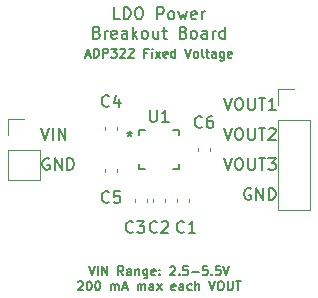
<source format=gto>
%TF.GenerationSoftware,KiCad,Pcbnew,(5.1.10)-1*%
%TF.CreationDate,2021-05-28T12:23:57-05:00*%
%TF.ProjectId,ldo-power-board,6c646f2d-706f-4776-9572-2d626f617264,v01*%
%TF.SameCoordinates,Original*%
%TF.FileFunction,Legend,Top*%
%TF.FilePolarity,Positive*%
%FSLAX46Y46*%
G04 Gerber Fmt 4.6, Leading zero omitted, Abs format (unit mm)*
G04 Created by KiCad (PCBNEW (5.1.10)-1) date 2021-05-28 12:23:57*
%MOMM*%
%LPD*%
G01*
G04 APERTURE LIST*
%ADD10C,0.150000*%
%ADD11C,0.127000*%
%ADD12C,0.152400*%
%ADD13C,0.120000*%
G04 APERTURE END LIST*
D10*
X147731071Y-102322380D02*
X148064404Y-103322380D01*
X148397738Y-102322380D01*
X148921547Y-102322380D02*
X149112023Y-102322380D01*
X149207261Y-102370000D01*
X149302500Y-102465238D01*
X149350119Y-102655714D01*
X149350119Y-102989047D01*
X149302500Y-103179523D01*
X149207261Y-103274761D01*
X149112023Y-103322380D01*
X148921547Y-103322380D01*
X148826309Y-103274761D01*
X148731071Y-103179523D01*
X148683452Y-102989047D01*
X148683452Y-102655714D01*
X148731071Y-102465238D01*
X148826309Y-102370000D01*
X148921547Y-102322380D01*
X149778690Y-102322380D02*
X149778690Y-103131904D01*
X149826309Y-103227142D01*
X149873928Y-103274761D01*
X149969166Y-103322380D01*
X150159642Y-103322380D01*
X150254880Y-103274761D01*
X150302500Y-103227142D01*
X150350119Y-103131904D01*
X150350119Y-102322380D01*
X150683452Y-102322380D02*
X151254880Y-102322380D01*
X150969166Y-103322380D02*
X150969166Y-102322380D01*
X151492976Y-102322380D02*
X152112023Y-102322380D01*
X151778690Y-102703333D01*
X151921547Y-102703333D01*
X152016785Y-102750952D01*
X152064404Y-102798571D01*
X152112023Y-102893809D01*
X152112023Y-103131904D01*
X152064404Y-103227142D01*
X152016785Y-103274761D01*
X151921547Y-103322380D01*
X151635833Y-103322380D01*
X151540595Y-103274761D01*
X151492976Y-103227142D01*
X147731071Y-99782380D02*
X148064404Y-100782380D01*
X148397738Y-99782380D01*
X148921547Y-99782380D02*
X149112023Y-99782380D01*
X149207261Y-99830000D01*
X149302500Y-99925238D01*
X149350119Y-100115714D01*
X149350119Y-100449047D01*
X149302500Y-100639523D01*
X149207261Y-100734761D01*
X149112023Y-100782380D01*
X148921547Y-100782380D01*
X148826309Y-100734761D01*
X148731071Y-100639523D01*
X148683452Y-100449047D01*
X148683452Y-100115714D01*
X148731071Y-99925238D01*
X148826309Y-99830000D01*
X148921547Y-99782380D01*
X149778690Y-99782380D02*
X149778690Y-100591904D01*
X149826309Y-100687142D01*
X149873928Y-100734761D01*
X149969166Y-100782380D01*
X150159642Y-100782380D01*
X150254880Y-100734761D01*
X150302500Y-100687142D01*
X150350119Y-100591904D01*
X150350119Y-99782380D01*
X150683452Y-99782380D02*
X151254880Y-99782380D01*
X150969166Y-100782380D02*
X150969166Y-99782380D01*
X151540595Y-99877619D02*
X151588214Y-99830000D01*
X151683452Y-99782380D01*
X151921547Y-99782380D01*
X152016785Y-99830000D01*
X152064404Y-99877619D01*
X152112023Y-99972857D01*
X152112023Y-100068095D01*
X152064404Y-100210952D01*
X151492976Y-100782380D01*
X152112023Y-100782380D01*
X147731071Y-97242380D02*
X148064404Y-98242380D01*
X148397738Y-97242380D01*
X148921547Y-97242380D02*
X149112023Y-97242380D01*
X149207261Y-97290000D01*
X149302500Y-97385238D01*
X149350119Y-97575714D01*
X149350119Y-97909047D01*
X149302500Y-98099523D01*
X149207261Y-98194761D01*
X149112023Y-98242380D01*
X148921547Y-98242380D01*
X148826309Y-98194761D01*
X148731071Y-98099523D01*
X148683452Y-97909047D01*
X148683452Y-97575714D01*
X148731071Y-97385238D01*
X148826309Y-97290000D01*
X148921547Y-97242380D01*
X149778690Y-97242380D02*
X149778690Y-98051904D01*
X149826309Y-98147142D01*
X149873928Y-98194761D01*
X149969166Y-98242380D01*
X150159642Y-98242380D01*
X150254880Y-98194761D01*
X150302500Y-98147142D01*
X150350119Y-98051904D01*
X150350119Y-97242380D01*
X150683452Y-97242380D02*
X151254880Y-97242380D01*
X150969166Y-98242380D02*
X150969166Y-97242380D01*
X152112023Y-98242380D02*
X151540595Y-98242380D01*
X151826309Y-98242380D02*
X151826309Y-97242380D01*
X151731071Y-97385238D01*
X151635833Y-97480476D01*
X151540595Y-97528095D01*
X150016785Y-104910000D02*
X149921547Y-104862380D01*
X149778690Y-104862380D01*
X149635833Y-104910000D01*
X149540595Y-105005238D01*
X149492976Y-105100476D01*
X149445357Y-105290952D01*
X149445357Y-105433809D01*
X149492976Y-105624285D01*
X149540595Y-105719523D01*
X149635833Y-105814761D01*
X149778690Y-105862380D01*
X149873928Y-105862380D01*
X150016785Y-105814761D01*
X150064404Y-105767142D01*
X150064404Y-105433809D01*
X149873928Y-105433809D01*
X150492976Y-105862380D02*
X150492976Y-104862380D01*
X151064404Y-105862380D01*
X151064404Y-104862380D01*
X151540595Y-105862380D02*
X151540595Y-104862380D01*
X151778690Y-104862380D01*
X151921547Y-104910000D01*
X152016785Y-105005238D01*
X152064404Y-105100476D01*
X152112023Y-105290952D01*
X152112023Y-105433809D01*
X152064404Y-105624285D01*
X152016785Y-105719523D01*
X151921547Y-105814761D01*
X151778690Y-105862380D01*
X151540595Y-105862380D01*
X132939404Y-102370000D02*
X132844166Y-102322380D01*
X132701309Y-102322380D01*
X132558452Y-102370000D01*
X132463214Y-102465238D01*
X132415595Y-102560476D01*
X132367976Y-102750952D01*
X132367976Y-102893809D01*
X132415595Y-103084285D01*
X132463214Y-103179523D01*
X132558452Y-103274761D01*
X132701309Y-103322380D01*
X132796547Y-103322380D01*
X132939404Y-103274761D01*
X132987023Y-103227142D01*
X132987023Y-102893809D01*
X132796547Y-102893809D01*
X133415595Y-103322380D02*
X133415595Y-102322380D01*
X133987023Y-103322380D01*
X133987023Y-102322380D01*
X134463214Y-103322380D02*
X134463214Y-102322380D01*
X134701309Y-102322380D01*
X134844166Y-102370000D01*
X134939404Y-102465238D01*
X134987023Y-102560476D01*
X135034642Y-102750952D01*
X135034642Y-102893809D01*
X134987023Y-103084285D01*
X134939404Y-103179523D01*
X134844166Y-103274761D01*
X134701309Y-103322380D01*
X134463214Y-103322380D01*
X132272738Y-99782380D02*
X132606071Y-100782380D01*
X132939404Y-99782380D01*
X133272738Y-100782380D02*
X133272738Y-99782380D01*
X133748928Y-100782380D02*
X133748928Y-99782380D01*
X134320357Y-100782380D01*
X134320357Y-99782380D01*
D11*
X136035142Y-93599000D02*
X136398000Y-93599000D01*
X135962571Y-93816714D02*
X136216571Y-93054714D01*
X136470571Y-93816714D01*
X136724571Y-93816714D02*
X136724571Y-93054714D01*
X136906000Y-93054714D01*
X137014857Y-93091000D01*
X137087428Y-93163571D01*
X137123714Y-93236142D01*
X137160000Y-93381285D01*
X137160000Y-93490142D01*
X137123714Y-93635285D01*
X137087428Y-93707857D01*
X137014857Y-93780428D01*
X136906000Y-93816714D01*
X136724571Y-93816714D01*
X137486571Y-93816714D02*
X137486571Y-93054714D01*
X137776857Y-93054714D01*
X137849428Y-93091000D01*
X137885714Y-93127285D01*
X137922000Y-93199857D01*
X137922000Y-93308714D01*
X137885714Y-93381285D01*
X137849428Y-93417571D01*
X137776857Y-93453857D01*
X137486571Y-93453857D01*
X138176000Y-93054714D02*
X138647714Y-93054714D01*
X138393714Y-93345000D01*
X138502571Y-93345000D01*
X138575142Y-93381285D01*
X138611428Y-93417571D01*
X138647714Y-93490142D01*
X138647714Y-93671571D01*
X138611428Y-93744142D01*
X138575142Y-93780428D01*
X138502571Y-93816714D01*
X138284857Y-93816714D01*
X138212285Y-93780428D01*
X138176000Y-93744142D01*
X138938000Y-93127285D02*
X138974285Y-93091000D01*
X139046857Y-93054714D01*
X139228285Y-93054714D01*
X139300857Y-93091000D01*
X139337142Y-93127285D01*
X139373428Y-93199857D01*
X139373428Y-93272428D01*
X139337142Y-93381285D01*
X138901714Y-93816714D01*
X139373428Y-93816714D01*
X139663714Y-93127285D02*
X139700000Y-93091000D01*
X139772571Y-93054714D01*
X139954000Y-93054714D01*
X140026571Y-93091000D01*
X140062857Y-93127285D01*
X140099142Y-93199857D01*
X140099142Y-93272428D01*
X140062857Y-93381285D01*
X139627428Y-93816714D01*
X140099142Y-93816714D01*
X141260285Y-93417571D02*
X141006285Y-93417571D01*
X141006285Y-93816714D02*
X141006285Y-93054714D01*
X141369142Y-93054714D01*
X141659428Y-93816714D02*
X141659428Y-93308714D01*
X141659428Y-93054714D02*
X141623142Y-93091000D01*
X141659428Y-93127285D01*
X141695714Y-93091000D01*
X141659428Y-93054714D01*
X141659428Y-93127285D01*
X141949714Y-93816714D02*
X142348857Y-93308714D01*
X141949714Y-93308714D02*
X142348857Y-93816714D01*
X142929428Y-93780428D02*
X142856857Y-93816714D01*
X142711714Y-93816714D01*
X142639142Y-93780428D01*
X142602857Y-93707857D01*
X142602857Y-93417571D01*
X142639142Y-93345000D01*
X142711714Y-93308714D01*
X142856857Y-93308714D01*
X142929428Y-93345000D01*
X142965714Y-93417571D01*
X142965714Y-93490142D01*
X142602857Y-93562714D01*
X143618857Y-93816714D02*
X143618857Y-93054714D01*
X143618857Y-93780428D02*
X143546285Y-93816714D01*
X143401142Y-93816714D01*
X143328571Y-93780428D01*
X143292285Y-93744142D01*
X143256000Y-93671571D01*
X143256000Y-93453857D01*
X143292285Y-93381285D01*
X143328571Y-93345000D01*
X143401142Y-93308714D01*
X143546285Y-93308714D01*
X143618857Y-93345000D01*
X144453428Y-93054714D02*
X144707428Y-93816714D01*
X144961428Y-93054714D01*
X145324285Y-93816714D02*
X145251714Y-93780428D01*
X145215428Y-93744142D01*
X145179142Y-93671571D01*
X145179142Y-93453857D01*
X145215428Y-93381285D01*
X145251714Y-93345000D01*
X145324285Y-93308714D01*
X145433142Y-93308714D01*
X145505714Y-93345000D01*
X145542000Y-93381285D01*
X145578285Y-93453857D01*
X145578285Y-93671571D01*
X145542000Y-93744142D01*
X145505714Y-93780428D01*
X145433142Y-93816714D01*
X145324285Y-93816714D01*
X146013714Y-93816714D02*
X145941142Y-93780428D01*
X145904857Y-93707857D01*
X145904857Y-93054714D01*
X146195142Y-93308714D02*
X146485428Y-93308714D01*
X146304000Y-93054714D02*
X146304000Y-93707857D01*
X146340285Y-93780428D01*
X146412857Y-93816714D01*
X146485428Y-93816714D01*
X147066000Y-93816714D02*
X147066000Y-93417571D01*
X147029714Y-93345000D01*
X146957142Y-93308714D01*
X146812000Y-93308714D01*
X146739428Y-93345000D01*
X147066000Y-93780428D02*
X146993428Y-93816714D01*
X146812000Y-93816714D01*
X146739428Y-93780428D01*
X146703142Y-93707857D01*
X146703142Y-93635285D01*
X146739428Y-93562714D01*
X146812000Y-93526428D01*
X146993428Y-93526428D01*
X147066000Y-93490142D01*
X147755428Y-93308714D02*
X147755428Y-93925571D01*
X147719142Y-93998142D01*
X147682857Y-94034428D01*
X147610285Y-94070714D01*
X147501428Y-94070714D01*
X147428857Y-94034428D01*
X147755428Y-93780428D02*
X147682857Y-93816714D01*
X147537714Y-93816714D01*
X147465142Y-93780428D01*
X147428857Y-93744142D01*
X147392571Y-93671571D01*
X147392571Y-93453857D01*
X147428857Y-93381285D01*
X147465142Y-93345000D01*
X147537714Y-93308714D01*
X147682857Y-93308714D01*
X147755428Y-93345000D01*
X148408571Y-93780428D02*
X148336000Y-93816714D01*
X148190857Y-93816714D01*
X148118285Y-93780428D01*
X148082000Y-93707857D01*
X148082000Y-93417571D01*
X148118285Y-93345000D01*
X148190857Y-93308714D01*
X148336000Y-93308714D01*
X148408571Y-93345000D01*
X148444857Y-93417571D01*
X148444857Y-93490142D01*
X148082000Y-93562714D01*
X136289142Y-111469714D02*
X136543142Y-112231714D01*
X136797142Y-111469714D01*
X137051142Y-112231714D02*
X137051142Y-111469714D01*
X137414000Y-112231714D02*
X137414000Y-111469714D01*
X137849428Y-112231714D01*
X137849428Y-111469714D01*
X139228285Y-112231714D02*
X138974285Y-111868857D01*
X138792857Y-112231714D02*
X138792857Y-111469714D01*
X139083142Y-111469714D01*
X139155714Y-111506000D01*
X139192000Y-111542285D01*
X139228285Y-111614857D01*
X139228285Y-111723714D01*
X139192000Y-111796285D01*
X139155714Y-111832571D01*
X139083142Y-111868857D01*
X138792857Y-111868857D01*
X139881428Y-112231714D02*
X139881428Y-111832571D01*
X139845142Y-111760000D01*
X139772571Y-111723714D01*
X139627428Y-111723714D01*
X139554857Y-111760000D01*
X139881428Y-112195428D02*
X139808857Y-112231714D01*
X139627428Y-112231714D01*
X139554857Y-112195428D01*
X139518571Y-112122857D01*
X139518571Y-112050285D01*
X139554857Y-111977714D01*
X139627428Y-111941428D01*
X139808857Y-111941428D01*
X139881428Y-111905142D01*
X140244285Y-111723714D02*
X140244285Y-112231714D01*
X140244285Y-111796285D02*
X140280571Y-111760000D01*
X140353142Y-111723714D01*
X140462000Y-111723714D01*
X140534571Y-111760000D01*
X140570857Y-111832571D01*
X140570857Y-112231714D01*
X141260285Y-111723714D02*
X141260285Y-112340571D01*
X141224000Y-112413142D01*
X141187714Y-112449428D01*
X141115142Y-112485714D01*
X141006285Y-112485714D01*
X140933714Y-112449428D01*
X141260285Y-112195428D02*
X141187714Y-112231714D01*
X141042571Y-112231714D01*
X140970000Y-112195428D01*
X140933714Y-112159142D01*
X140897428Y-112086571D01*
X140897428Y-111868857D01*
X140933714Y-111796285D01*
X140970000Y-111760000D01*
X141042571Y-111723714D01*
X141187714Y-111723714D01*
X141260285Y-111760000D01*
X141913428Y-112195428D02*
X141840857Y-112231714D01*
X141695714Y-112231714D01*
X141623142Y-112195428D01*
X141586857Y-112122857D01*
X141586857Y-111832571D01*
X141623142Y-111760000D01*
X141695714Y-111723714D01*
X141840857Y-111723714D01*
X141913428Y-111760000D01*
X141949714Y-111832571D01*
X141949714Y-111905142D01*
X141586857Y-111977714D01*
X142276285Y-112159142D02*
X142312571Y-112195428D01*
X142276285Y-112231714D01*
X142240000Y-112195428D01*
X142276285Y-112159142D01*
X142276285Y-112231714D01*
X142276285Y-111760000D02*
X142312571Y-111796285D01*
X142276285Y-111832571D01*
X142240000Y-111796285D01*
X142276285Y-111760000D01*
X142276285Y-111832571D01*
X143183428Y-111542285D02*
X143219714Y-111506000D01*
X143292285Y-111469714D01*
X143473714Y-111469714D01*
X143546285Y-111506000D01*
X143582571Y-111542285D01*
X143618857Y-111614857D01*
X143618857Y-111687428D01*
X143582571Y-111796285D01*
X143147142Y-112231714D01*
X143618857Y-112231714D01*
X143945428Y-112159142D02*
X143981714Y-112195428D01*
X143945428Y-112231714D01*
X143909142Y-112195428D01*
X143945428Y-112159142D01*
X143945428Y-112231714D01*
X144671142Y-111469714D02*
X144308285Y-111469714D01*
X144272000Y-111832571D01*
X144308285Y-111796285D01*
X144380857Y-111760000D01*
X144562285Y-111760000D01*
X144634857Y-111796285D01*
X144671142Y-111832571D01*
X144707428Y-111905142D01*
X144707428Y-112086571D01*
X144671142Y-112159142D01*
X144634857Y-112195428D01*
X144562285Y-112231714D01*
X144380857Y-112231714D01*
X144308285Y-112195428D01*
X144272000Y-112159142D01*
X145034000Y-111941428D02*
X145614571Y-111941428D01*
X146340285Y-111469714D02*
X145977428Y-111469714D01*
X145941142Y-111832571D01*
X145977428Y-111796285D01*
X146050000Y-111760000D01*
X146231428Y-111760000D01*
X146304000Y-111796285D01*
X146340285Y-111832571D01*
X146376571Y-111905142D01*
X146376571Y-112086571D01*
X146340285Y-112159142D01*
X146304000Y-112195428D01*
X146231428Y-112231714D01*
X146050000Y-112231714D01*
X145977428Y-112195428D01*
X145941142Y-112159142D01*
X146703142Y-112159142D02*
X146739428Y-112195428D01*
X146703142Y-112231714D01*
X146666857Y-112195428D01*
X146703142Y-112159142D01*
X146703142Y-112231714D01*
X147428857Y-111469714D02*
X147066000Y-111469714D01*
X147029714Y-111832571D01*
X147066000Y-111796285D01*
X147138571Y-111760000D01*
X147320000Y-111760000D01*
X147392571Y-111796285D01*
X147428857Y-111832571D01*
X147465142Y-111905142D01*
X147465142Y-112086571D01*
X147428857Y-112159142D01*
X147392571Y-112195428D01*
X147320000Y-112231714D01*
X147138571Y-112231714D01*
X147066000Y-112195428D01*
X147029714Y-112159142D01*
X147682857Y-111469714D02*
X147936857Y-112231714D01*
X148190857Y-111469714D01*
X135382000Y-112812285D02*
X135418285Y-112776000D01*
X135490857Y-112739714D01*
X135672285Y-112739714D01*
X135744857Y-112776000D01*
X135781142Y-112812285D01*
X135817428Y-112884857D01*
X135817428Y-112957428D01*
X135781142Y-113066285D01*
X135345714Y-113501714D01*
X135817428Y-113501714D01*
X136289142Y-112739714D02*
X136361714Y-112739714D01*
X136434285Y-112776000D01*
X136470571Y-112812285D01*
X136506857Y-112884857D01*
X136543142Y-113030000D01*
X136543142Y-113211428D01*
X136506857Y-113356571D01*
X136470571Y-113429142D01*
X136434285Y-113465428D01*
X136361714Y-113501714D01*
X136289142Y-113501714D01*
X136216571Y-113465428D01*
X136180285Y-113429142D01*
X136144000Y-113356571D01*
X136107714Y-113211428D01*
X136107714Y-113030000D01*
X136144000Y-112884857D01*
X136180285Y-112812285D01*
X136216571Y-112776000D01*
X136289142Y-112739714D01*
X137014857Y-112739714D02*
X137087428Y-112739714D01*
X137160000Y-112776000D01*
X137196285Y-112812285D01*
X137232571Y-112884857D01*
X137268857Y-113030000D01*
X137268857Y-113211428D01*
X137232571Y-113356571D01*
X137196285Y-113429142D01*
X137160000Y-113465428D01*
X137087428Y-113501714D01*
X137014857Y-113501714D01*
X136942285Y-113465428D01*
X136906000Y-113429142D01*
X136869714Y-113356571D01*
X136833428Y-113211428D01*
X136833428Y-113030000D01*
X136869714Y-112884857D01*
X136906000Y-112812285D01*
X136942285Y-112776000D01*
X137014857Y-112739714D01*
X138176000Y-113501714D02*
X138176000Y-112993714D01*
X138176000Y-113066285D02*
X138212285Y-113030000D01*
X138284857Y-112993714D01*
X138393714Y-112993714D01*
X138466285Y-113030000D01*
X138502571Y-113102571D01*
X138502571Y-113501714D01*
X138502571Y-113102571D02*
X138538857Y-113030000D01*
X138611428Y-112993714D01*
X138720285Y-112993714D01*
X138792857Y-113030000D01*
X138829142Y-113102571D01*
X138829142Y-113501714D01*
X139155714Y-113284000D02*
X139518571Y-113284000D01*
X139083142Y-113501714D02*
X139337142Y-112739714D01*
X139591142Y-113501714D01*
X140425714Y-113501714D02*
X140425714Y-112993714D01*
X140425714Y-113066285D02*
X140462000Y-113030000D01*
X140534571Y-112993714D01*
X140643428Y-112993714D01*
X140716000Y-113030000D01*
X140752285Y-113102571D01*
X140752285Y-113501714D01*
X140752285Y-113102571D02*
X140788571Y-113030000D01*
X140861142Y-112993714D01*
X140970000Y-112993714D01*
X141042571Y-113030000D01*
X141078857Y-113102571D01*
X141078857Y-113501714D01*
X141768285Y-113501714D02*
X141768285Y-113102571D01*
X141732000Y-113030000D01*
X141659428Y-112993714D01*
X141514285Y-112993714D01*
X141441714Y-113030000D01*
X141768285Y-113465428D02*
X141695714Y-113501714D01*
X141514285Y-113501714D01*
X141441714Y-113465428D01*
X141405428Y-113392857D01*
X141405428Y-113320285D01*
X141441714Y-113247714D01*
X141514285Y-113211428D01*
X141695714Y-113211428D01*
X141768285Y-113175142D01*
X142058571Y-113501714D02*
X142457714Y-112993714D01*
X142058571Y-112993714D02*
X142457714Y-113501714D01*
X143618857Y-113465428D02*
X143546285Y-113501714D01*
X143401142Y-113501714D01*
X143328571Y-113465428D01*
X143292285Y-113392857D01*
X143292285Y-113102571D01*
X143328571Y-113030000D01*
X143401142Y-112993714D01*
X143546285Y-112993714D01*
X143618857Y-113030000D01*
X143655142Y-113102571D01*
X143655142Y-113175142D01*
X143292285Y-113247714D01*
X144308285Y-113501714D02*
X144308285Y-113102571D01*
X144272000Y-113030000D01*
X144199428Y-112993714D01*
X144054285Y-112993714D01*
X143981714Y-113030000D01*
X144308285Y-113465428D02*
X144235714Y-113501714D01*
X144054285Y-113501714D01*
X143981714Y-113465428D01*
X143945428Y-113392857D01*
X143945428Y-113320285D01*
X143981714Y-113247714D01*
X144054285Y-113211428D01*
X144235714Y-113211428D01*
X144308285Y-113175142D01*
X144997714Y-113465428D02*
X144925142Y-113501714D01*
X144780000Y-113501714D01*
X144707428Y-113465428D01*
X144671142Y-113429142D01*
X144634857Y-113356571D01*
X144634857Y-113138857D01*
X144671142Y-113066285D01*
X144707428Y-113030000D01*
X144780000Y-112993714D01*
X144925142Y-112993714D01*
X144997714Y-113030000D01*
X145324285Y-113501714D02*
X145324285Y-112739714D01*
X145650857Y-113501714D02*
X145650857Y-113102571D01*
X145614571Y-113030000D01*
X145542000Y-112993714D01*
X145433142Y-112993714D01*
X145360571Y-113030000D01*
X145324285Y-113066285D01*
X146485428Y-112739714D02*
X146739428Y-113501714D01*
X146993428Y-112739714D01*
X147392571Y-112739714D02*
X147537714Y-112739714D01*
X147610285Y-112776000D01*
X147682857Y-112848571D01*
X147719142Y-112993714D01*
X147719142Y-113247714D01*
X147682857Y-113392857D01*
X147610285Y-113465428D01*
X147537714Y-113501714D01*
X147392571Y-113501714D01*
X147320000Y-113465428D01*
X147247428Y-113392857D01*
X147211142Y-113247714D01*
X147211142Y-112993714D01*
X147247428Y-112848571D01*
X147320000Y-112776000D01*
X147392571Y-112739714D01*
X148045714Y-112739714D02*
X148045714Y-113356571D01*
X148082000Y-113429142D01*
X148118285Y-113465428D01*
X148190857Y-113501714D01*
X148336000Y-113501714D01*
X148408571Y-113465428D01*
X148444857Y-113429142D01*
X148481142Y-113356571D01*
X148481142Y-112739714D01*
X148735142Y-112739714D02*
X149170571Y-112739714D01*
X148952857Y-113501714D02*
X148952857Y-112739714D01*
D10*
X138930476Y-90559380D02*
X138454285Y-90559380D01*
X138454285Y-89559380D01*
X139263809Y-90559380D02*
X139263809Y-89559380D01*
X139501904Y-89559380D01*
X139644761Y-89607000D01*
X139740000Y-89702238D01*
X139787619Y-89797476D01*
X139835238Y-89987952D01*
X139835238Y-90130809D01*
X139787619Y-90321285D01*
X139740000Y-90416523D01*
X139644761Y-90511761D01*
X139501904Y-90559380D01*
X139263809Y-90559380D01*
X140454285Y-89559380D02*
X140644761Y-89559380D01*
X140740000Y-89607000D01*
X140835238Y-89702238D01*
X140882857Y-89892714D01*
X140882857Y-90226047D01*
X140835238Y-90416523D01*
X140740000Y-90511761D01*
X140644761Y-90559380D01*
X140454285Y-90559380D01*
X140359047Y-90511761D01*
X140263809Y-90416523D01*
X140216190Y-90226047D01*
X140216190Y-89892714D01*
X140263809Y-89702238D01*
X140359047Y-89607000D01*
X140454285Y-89559380D01*
X142073333Y-90559380D02*
X142073333Y-89559380D01*
X142454285Y-89559380D01*
X142549523Y-89607000D01*
X142597142Y-89654619D01*
X142644761Y-89749857D01*
X142644761Y-89892714D01*
X142597142Y-89987952D01*
X142549523Y-90035571D01*
X142454285Y-90083190D01*
X142073333Y-90083190D01*
X143216190Y-90559380D02*
X143120952Y-90511761D01*
X143073333Y-90464142D01*
X143025714Y-90368904D01*
X143025714Y-90083190D01*
X143073333Y-89987952D01*
X143120952Y-89940333D01*
X143216190Y-89892714D01*
X143359047Y-89892714D01*
X143454285Y-89940333D01*
X143501904Y-89987952D01*
X143549523Y-90083190D01*
X143549523Y-90368904D01*
X143501904Y-90464142D01*
X143454285Y-90511761D01*
X143359047Y-90559380D01*
X143216190Y-90559380D01*
X143882857Y-89892714D02*
X144073333Y-90559380D01*
X144263809Y-90083190D01*
X144454285Y-90559380D01*
X144644761Y-89892714D01*
X145406666Y-90511761D02*
X145311428Y-90559380D01*
X145120952Y-90559380D01*
X145025714Y-90511761D01*
X144978095Y-90416523D01*
X144978095Y-90035571D01*
X145025714Y-89940333D01*
X145120952Y-89892714D01*
X145311428Y-89892714D01*
X145406666Y-89940333D01*
X145454285Y-90035571D01*
X145454285Y-90130809D01*
X144978095Y-90226047D01*
X145882857Y-90559380D02*
X145882857Y-89892714D01*
X145882857Y-90083190D02*
X145930476Y-89987952D01*
X145978095Y-89940333D01*
X146073333Y-89892714D01*
X146168571Y-89892714D01*
X136978095Y-91685571D02*
X137120952Y-91733190D01*
X137168571Y-91780809D01*
X137216190Y-91876047D01*
X137216190Y-92018904D01*
X137168571Y-92114142D01*
X137120952Y-92161761D01*
X137025714Y-92209380D01*
X136644761Y-92209380D01*
X136644761Y-91209380D01*
X136978095Y-91209380D01*
X137073333Y-91257000D01*
X137120952Y-91304619D01*
X137168571Y-91399857D01*
X137168571Y-91495095D01*
X137120952Y-91590333D01*
X137073333Y-91637952D01*
X136978095Y-91685571D01*
X136644761Y-91685571D01*
X137644761Y-92209380D02*
X137644761Y-91542714D01*
X137644761Y-91733190D02*
X137692380Y-91637952D01*
X137740000Y-91590333D01*
X137835238Y-91542714D01*
X137930476Y-91542714D01*
X138644761Y-92161761D02*
X138549523Y-92209380D01*
X138359047Y-92209380D01*
X138263809Y-92161761D01*
X138216190Y-92066523D01*
X138216190Y-91685571D01*
X138263809Y-91590333D01*
X138359047Y-91542714D01*
X138549523Y-91542714D01*
X138644761Y-91590333D01*
X138692380Y-91685571D01*
X138692380Y-91780809D01*
X138216190Y-91876047D01*
X139549523Y-92209380D02*
X139549523Y-91685571D01*
X139501904Y-91590333D01*
X139406666Y-91542714D01*
X139216190Y-91542714D01*
X139120952Y-91590333D01*
X139549523Y-92161761D02*
X139454285Y-92209380D01*
X139216190Y-92209380D01*
X139120952Y-92161761D01*
X139073333Y-92066523D01*
X139073333Y-91971285D01*
X139120952Y-91876047D01*
X139216190Y-91828428D01*
X139454285Y-91828428D01*
X139549523Y-91780809D01*
X140025714Y-92209380D02*
X140025714Y-91209380D01*
X140120952Y-91828428D02*
X140406666Y-92209380D01*
X140406666Y-91542714D02*
X140025714Y-91923666D01*
X140978095Y-92209380D02*
X140882857Y-92161761D01*
X140835238Y-92114142D01*
X140787619Y-92018904D01*
X140787619Y-91733190D01*
X140835238Y-91637952D01*
X140882857Y-91590333D01*
X140978095Y-91542714D01*
X141120952Y-91542714D01*
X141216190Y-91590333D01*
X141263809Y-91637952D01*
X141311428Y-91733190D01*
X141311428Y-92018904D01*
X141263809Y-92114142D01*
X141216190Y-92161761D01*
X141120952Y-92209380D01*
X140978095Y-92209380D01*
X142168571Y-91542714D02*
X142168571Y-92209380D01*
X141740000Y-91542714D02*
X141740000Y-92066523D01*
X141787619Y-92161761D01*
X141882857Y-92209380D01*
X142025714Y-92209380D01*
X142120952Y-92161761D01*
X142168571Y-92114142D01*
X142501904Y-91542714D02*
X142882857Y-91542714D01*
X142644761Y-91209380D02*
X142644761Y-92066523D01*
X142692380Y-92161761D01*
X142787619Y-92209380D01*
X142882857Y-92209380D01*
X144311428Y-91685571D02*
X144454285Y-91733190D01*
X144501904Y-91780809D01*
X144549523Y-91876047D01*
X144549523Y-92018904D01*
X144501904Y-92114142D01*
X144454285Y-92161761D01*
X144359047Y-92209380D01*
X143978095Y-92209380D01*
X143978095Y-91209380D01*
X144311428Y-91209380D01*
X144406666Y-91257000D01*
X144454285Y-91304619D01*
X144501904Y-91399857D01*
X144501904Y-91495095D01*
X144454285Y-91590333D01*
X144406666Y-91637952D01*
X144311428Y-91685571D01*
X143978095Y-91685571D01*
X145120952Y-92209380D02*
X145025714Y-92161761D01*
X144978095Y-92114142D01*
X144930476Y-92018904D01*
X144930476Y-91733190D01*
X144978095Y-91637952D01*
X145025714Y-91590333D01*
X145120952Y-91542714D01*
X145263809Y-91542714D01*
X145359047Y-91590333D01*
X145406666Y-91637952D01*
X145454285Y-91733190D01*
X145454285Y-92018904D01*
X145406666Y-92114142D01*
X145359047Y-92161761D01*
X145263809Y-92209380D01*
X145120952Y-92209380D01*
X146311428Y-92209380D02*
X146311428Y-91685571D01*
X146263809Y-91590333D01*
X146168571Y-91542714D01*
X145978095Y-91542714D01*
X145882857Y-91590333D01*
X146311428Y-92161761D02*
X146216190Y-92209380D01*
X145978095Y-92209380D01*
X145882857Y-92161761D01*
X145835238Y-92066523D01*
X145835238Y-91971285D01*
X145882857Y-91876047D01*
X145978095Y-91828428D01*
X146216190Y-91828428D01*
X146311428Y-91780809D01*
X146787619Y-92209380D02*
X146787619Y-91542714D01*
X146787619Y-91733190D02*
X146835238Y-91637952D01*
X146882857Y-91590333D01*
X146978095Y-91542714D01*
X147073333Y-91542714D01*
X147835238Y-92209380D02*
X147835238Y-91209380D01*
X147835238Y-92161761D02*
X147740000Y-92209380D01*
X147549523Y-92209380D01*
X147454285Y-92161761D01*
X147406666Y-92114142D01*
X147359047Y-92018904D01*
X147359047Y-91733190D01*
X147406666Y-91637952D01*
X147454285Y-91590333D01*
X147549523Y-91542714D01*
X147740000Y-91542714D01*
X147835238Y-91590333D01*
D12*
%TO.C,U1*%
X141030259Y-99923600D02*
X140563600Y-99923600D01*
X143916400Y-100390259D02*
X143916400Y-99923600D01*
X143449741Y-103276400D02*
X143916400Y-103276400D01*
X140563600Y-102809741D02*
X140563600Y-103276400D01*
X140563600Y-99923600D02*
X140563600Y-100390259D01*
X143916400Y-99923600D02*
X143449741Y-99923600D01*
X143916400Y-103276400D02*
X143916400Y-102809741D01*
X140563600Y-103276400D02*
X141030259Y-103276400D01*
D13*
%TO.C,J2*%
X152340000Y-106740000D02*
X155000000Y-106740000D01*
X152340000Y-99060000D02*
X152340000Y-106740000D01*
X155000000Y-99060000D02*
X155000000Y-106740000D01*
X152340000Y-99060000D02*
X155000000Y-99060000D01*
X152340000Y-97790000D02*
X152340000Y-96460000D01*
X152340000Y-96460000D02*
X153670000Y-96460000D01*
%TO.C,J1*%
X129480000Y-104200000D02*
X132140000Y-104200000D01*
X129480000Y-101600000D02*
X129480000Y-104200000D01*
X132140000Y-101600000D02*
X132140000Y-104200000D01*
X129480000Y-101600000D02*
X132140000Y-101600000D01*
X129480000Y-100330000D02*
X129480000Y-99000000D01*
X129480000Y-99000000D02*
X130810000Y-99000000D01*
%TO.C,C6*%
X145540000Y-101746267D02*
X145540000Y-101453733D01*
X146560000Y-101746267D02*
X146560000Y-101453733D01*
%TO.C,C5*%
X138686000Y-103231733D02*
X138686000Y-103524267D01*
X137666000Y-103231733D02*
X137666000Y-103524267D01*
%TO.C,C4*%
X137666000Y-99968267D02*
X137666000Y-99675733D01*
X138686000Y-99968267D02*
X138686000Y-99675733D01*
%TO.C,C3*%
X141226000Y-105771733D02*
X141226000Y-106064267D01*
X140206000Y-105771733D02*
X140206000Y-106064267D01*
%TO.C,C2*%
X142750000Y-105771733D02*
X142750000Y-106064267D01*
X141730000Y-105771733D02*
X141730000Y-106064267D01*
%TO.C,C1*%
X144782000Y-105771733D02*
X144782000Y-106064267D01*
X143762000Y-105771733D02*
X143762000Y-106064267D01*
%TO.C,U1*%
D10*
X141478095Y-98258380D02*
X141478095Y-99067904D01*
X141525714Y-99163142D01*
X141573333Y-99210761D01*
X141668571Y-99258380D01*
X141859047Y-99258380D01*
X141954285Y-99210761D01*
X142001904Y-99163142D01*
X142049523Y-99067904D01*
X142049523Y-98258380D01*
X143049523Y-99258380D02*
X142478095Y-99258380D01*
X142763809Y-99258380D02*
X142763809Y-98258380D01*
X142668571Y-98401238D01*
X142573333Y-98496476D01*
X142478095Y-98544095D01*
X139750800Y-100052380D02*
X139750800Y-100290476D01*
X139512704Y-100195238D02*
X139750800Y-100290476D01*
X139988895Y-100195238D01*
X139607942Y-100480952D02*
X139750800Y-100290476D01*
X139893657Y-100480952D01*
X139750800Y-100052380D02*
X139750800Y-100290476D01*
X139512704Y-100195238D02*
X139750800Y-100290476D01*
X139988895Y-100195238D01*
X139607942Y-100480952D02*
X139750800Y-100290476D01*
X139893657Y-100480952D01*
%TO.C,C6*%
X145883333Y-99671142D02*
X145835714Y-99718761D01*
X145692857Y-99766380D01*
X145597619Y-99766380D01*
X145454761Y-99718761D01*
X145359523Y-99623523D01*
X145311904Y-99528285D01*
X145264285Y-99337809D01*
X145264285Y-99194952D01*
X145311904Y-99004476D01*
X145359523Y-98909238D01*
X145454761Y-98814000D01*
X145597619Y-98766380D01*
X145692857Y-98766380D01*
X145835714Y-98814000D01*
X145883333Y-98861619D01*
X146740476Y-98766380D02*
X146550000Y-98766380D01*
X146454761Y-98814000D01*
X146407142Y-98861619D01*
X146311904Y-99004476D01*
X146264285Y-99194952D01*
X146264285Y-99575904D01*
X146311904Y-99671142D01*
X146359523Y-99718761D01*
X146454761Y-99766380D01*
X146645238Y-99766380D01*
X146740476Y-99718761D01*
X146788095Y-99671142D01*
X146835714Y-99575904D01*
X146835714Y-99337809D01*
X146788095Y-99242571D01*
X146740476Y-99194952D01*
X146645238Y-99147333D01*
X146454761Y-99147333D01*
X146359523Y-99194952D01*
X146311904Y-99242571D01*
X146264285Y-99337809D01*
%TO.C,C5*%
X138009333Y-106021142D02*
X137961714Y-106068761D01*
X137818857Y-106116380D01*
X137723619Y-106116380D01*
X137580761Y-106068761D01*
X137485523Y-105973523D01*
X137437904Y-105878285D01*
X137390285Y-105687809D01*
X137390285Y-105544952D01*
X137437904Y-105354476D01*
X137485523Y-105259238D01*
X137580761Y-105164000D01*
X137723619Y-105116380D01*
X137818857Y-105116380D01*
X137961714Y-105164000D01*
X138009333Y-105211619D01*
X138914095Y-105116380D02*
X138437904Y-105116380D01*
X138390285Y-105592571D01*
X138437904Y-105544952D01*
X138533142Y-105497333D01*
X138771238Y-105497333D01*
X138866476Y-105544952D01*
X138914095Y-105592571D01*
X138961714Y-105687809D01*
X138961714Y-105925904D01*
X138914095Y-106021142D01*
X138866476Y-106068761D01*
X138771238Y-106116380D01*
X138533142Y-106116380D01*
X138437904Y-106068761D01*
X138390285Y-106021142D01*
%TO.C,C4*%
X138009333Y-97893142D02*
X137961714Y-97940761D01*
X137818857Y-97988380D01*
X137723619Y-97988380D01*
X137580761Y-97940761D01*
X137485523Y-97845523D01*
X137437904Y-97750285D01*
X137390285Y-97559809D01*
X137390285Y-97416952D01*
X137437904Y-97226476D01*
X137485523Y-97131238D01*
X137580761Y-97036000D01*
X137723619Y-96988380D01*
X137818857Y-96988380D01*
X137961714Y-97036000D01*
X138009333Y-97083619D01*
X138866476Y-97321714D02*
X138866476Y-97988380D01*
X138628380Y-96940761D02*
X138390285Y-97655047D01*
X139009333Y-97655047D01*
%TO.C,C3*%
X140041333Y-108561142D02*
X139993714Y-108608761D01*
X139850857Y-108656380D01*
X139755619Y-108656380D01*
X139612761Y-108608761D01*
X139517523Y-108513523D01*
X139469904Y-108418285D01*
X139422285Y-108227809D01*
X139422285Y-108084952D01*
X139469904Y-107894476D01*
X139517523Y-107799238D01*
X139612761Y-107704000D01*
X139755619Y-107656380D01*
X139850857Y-107656380D01*
X139993714Y-107704000D01*
X140041333Y-107751619D01*
X140374666Y-107656380D02*
X140993714Y-107656380D01*
X140660380Y-108037333D01*
X140803238Y-108037333D01*
X140898476Y-108084952D01*
X140946095Y-108132571D01*
X140993714Y-108227809D01*
X140993714Y-108465904D01*
X140946095Y-108561142D01*
X140898476Y-108608761D01*
X140803238Y-108656380D01*
X140517523Y-108656380D01*
X140422285Y-108608761D01*
X140374666Y-108561142D01*
%TO.C,C2*%
X142073333Y-108561142D02*
X142025714Y-108608761D01*
X141882857Y-108656380D01*
X141787619Y-108656380D01*
X141644761Y-108608761D01*
X141549523Y-108513523D01*
X141501904Y-108418285D01*
X141454285Y-108227809D01*
X141454285Y-108084952D01*
X141501904Y-107894476D01*
X141549523Y-107799238D01*
X141644761Y-107704000D01*
X141787619Y-107656380D01*
X141882857Y-107656380D01*
X142025714Y-107704000D01*
X142073333Y-107751619D01*
X142454285Y-107751619D02*
X142501904Y-107704000D01*
X142597142Y-107656380D01*
X142835238Y-107656380D01*
X142930476Y-107704000D01*
X142978095Y-107751619D01*
X143025714Y-107846857D01*
X143025714Y-107942095D01*
X142978095Y-108084952D01*
X142406666Y-108656380D01*
X143025714Y-108656380D01*
%TO.C,C1*%
X144359333Y-108561142D02*
X144311714Y-108608761D01*
X144168857Y-108656380D01*
X144073619Y-108656380D01*
X143930761Y-108608761D01*
X143835523Y-108513523D01*
X143787904Y-108418285D01*
X143740285Y-108227809D01*
X143740285Y-108084952D01*
X143787904Y-107894476D01*
X143835523Y-107799238D01*
X143930761Y-107704000D01*
X144073619Y-107656380D01*
X144168857Y-107656380D01*
X144311714Y-107704000D01*
X144359333Y-107751619D01*
X145311714Y-108656380D02*
X144740285Y-108656380D01*
X145026000Y-108656380D02*
X145026000Y-107656380D01*
X144930761Y-107799238D01*
X144835523Y-107894476D01*
X144740285Y-107942095D01*
%TD*%
M02*

</source>
